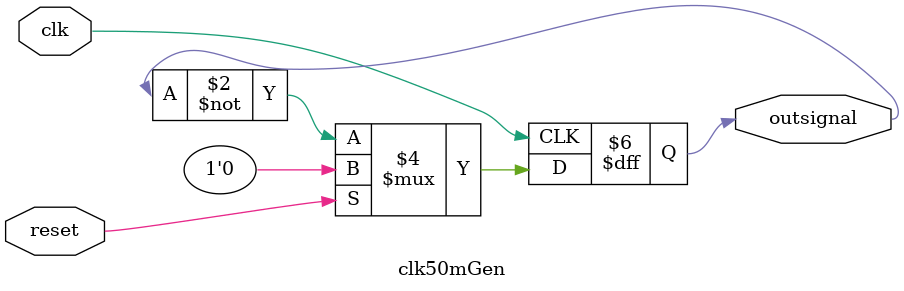
<source format=v>
`timescale 1ns / 1ps


module clk50mGen(
    input wire clk, reset,
    output reg outsignal
    );
    
    always @(posedge clk)
        begin: clock_generation
            if (reset)
                begin: reset
                    outsignal = 0;
                end
            else
                begin
                    outsignal = ~outsignal;
                end
        end
endmodule

</source>
